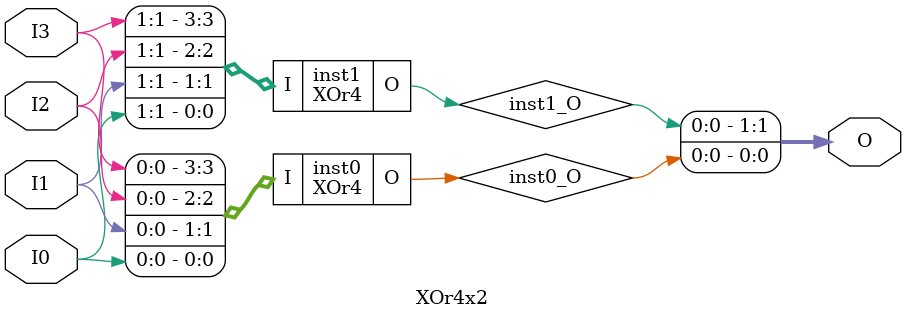
<source format=v>
module XOr4 (input [3:0] I, output  O);
wire  inst0_O;
SB_LUT4 #(.LUT_INIT(16'h6996)) inst0 (.I0(I[0]), .I1(I[1]), .I2(I[2]), .I3(I[3]), .O(inst0_O));
assign O = inst0_O;
endmodule

module XOr4x2 (input [1:0] I0, input [1:0] I1, input [1:0] I2, input [1:0] I3, output [1:0] O);
wire  inst0_O;
wire  inst1_O;
XOr4 inst0 (.I({I3[0],I2[0],I1[0],I0[0]}), .O(inst0_O));
XOr4 inst1 (.I({I3[1],I2[1],I1[1],I0[1]}), .O(inst1_O));
assign O = {inst1_O,inst0_O};
endmodule


</source>
